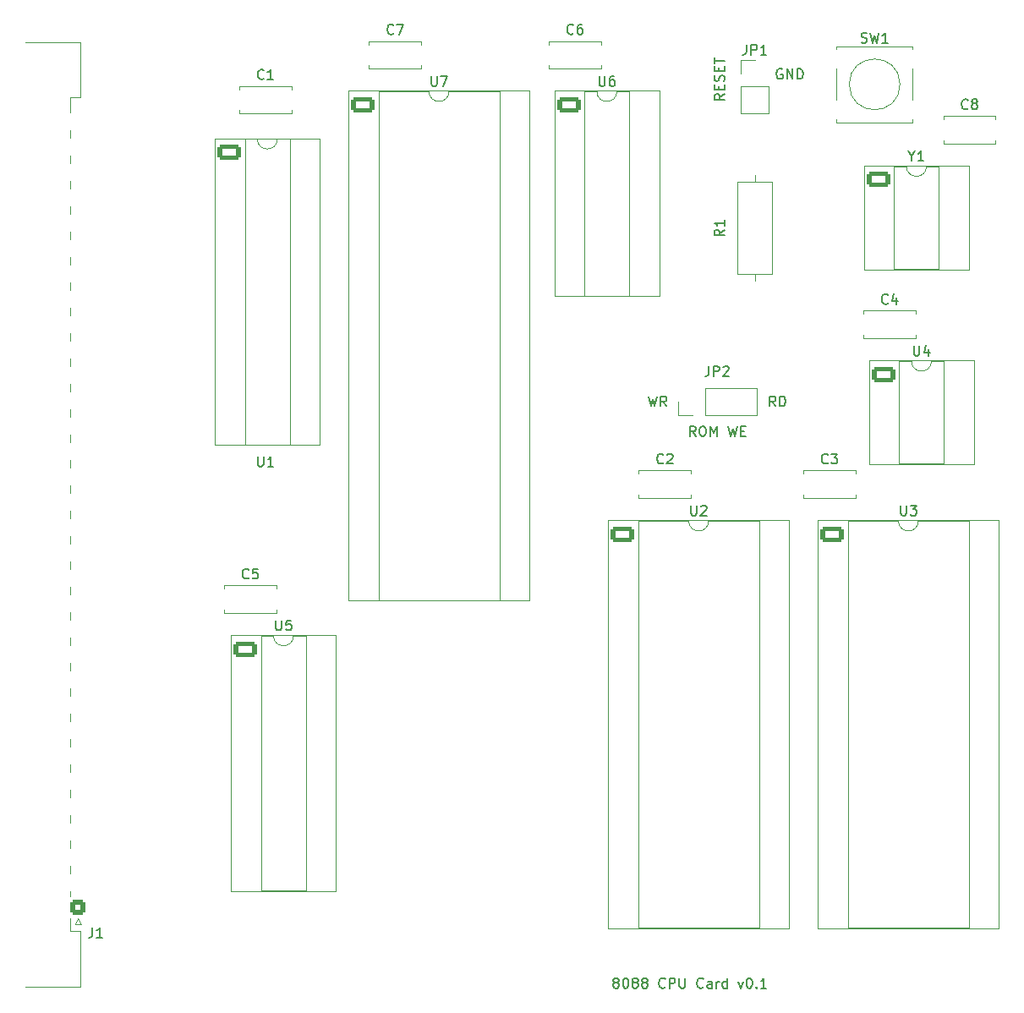
<source format=gto>
G04 #@! TF.GenerationSoftware,KiCad,Pcbnew,9.0.6*
G04 #@! TF.CreationDate,2025-12-29T15:57:50+11:00*
G04 #@! TF.ProjectId,MECB_8088_CPU,4d454342-5f38-4303-9838-5f4350552e6b,1.0*
G04 #@! TF.SameCoordinates,Original*
G04 #@! TF.FileFunction,Legend,Top*
G04 #@! TF.FilePolarity,Positive*
%FSLAX46Y46*%
G04 Gerber Fmt 4.6, Leading zero omitted, Abs format (unit mm)*
G04 Created by KiCad (PCBNEW 9.0.6) date 2025-12-29 15:57:50*
%MOMM*%
%LPD*%
G01*
G04 APERTURE LIST*
G04 Aperture macros list*
%AMRoundRect*
0 Rectangle with rounded corners*
0 $1 Rounding radius*
0 $2 $3 $4 $5 $6 $7 $8 $9 X,Y pos of 4 corners*
0 Add a 4 corners polygon primitive as box body*
4,1,4,$2,$3,$4,$5,$6,$7,$8,$9,$2,$3,0*
0 Add four circle primitives for the rounded corners*
1,1,$1+$1,$2,$3*
1,1,$1+$1,$4,$5*
1,1,$1+$1,$6,$7*
1,1,$1+$1,$8,$9*
0 Add four rect primitives between the rounded corners*
20,1,$1+$1,$2,$3,$4,$5,0*
20,1,$1+$1,$4,$5,$6,$7,0*
20,1,$1+$1,$6,$7,$8,$9,0*
20,1,$1+$1,$8,$9,$2,$3,0*%
G04 Aperture macros list end*
%ADD10C,0.150000*%
%ADD11C,0.120000*%
%ADD12RoundRect,0.250000X-0.950000X-0.550000X0.950000X-0.550000X0.950000X0.550000X-0.950000X0.550000X0*%
%ADD13O,2.400000X1.600000*%
%ADD14C,3.200000*%
%ADD15C,2.850000*%
%ADD16RoundRect,0.249550X0.525450X-0.525450X0.525450X0.525450X-0.525450X0.525450X-0.525450X-0.525450X0*%
%ADD17C,1.550000*%
%ADD18C,1.397000*%
%ADD19C,1.600000*%
%ADD20R,1.700000X1.700000*%
%ADD21C,1.700000*%
G04 APERTURE END LIST*
D10*
X172238095Y-51962438D02*
X172142857Y-51914819D01*
X172142857Y-51914819D02*
X172000000Y-51914819D01*
X172000000Y-51914819D02*
X171857143Y-51962438D01*
X171857143Y-51962438D02*
X171761905Y-52057676D01*
X171761905Y-52057676D02*
X171714286Y-52152914D01*
X171714286Y-52152914D02*
X171666667Y-52343390D01*
X171666667Y-52343390D02*
X171666667Y-52486247D01*
X171666667Y-52486247D02*
X171714286Y-52676723D01*
X171714286Y-52676723D02*
X171761905Y-52771961D01*
X171761905Y-52771961D02*
X171857143Y-52867200D01*
X171857143Y-52867200D02*
X172000000Y-52914819D01*
X172000000Y-52914819D02*
X172095238Y-52914819D01*
X172095238Y-52914819D02*
X172238095Y-52867200D01*
X172238095Y-52867200D02*
X172285714Y-52819580D01*
X172285714Y-52819580D02*
X172285714Y-52486247D01*
X172285714Y-52486247D02*
X172095238Y-52486247D01*
X172714286Y-52914819D02*
X172714286Y-51914819D01*
X172714286Y-51914819D02*
X173285714Y-52914819D01*
X173285714Y-52914819D02*
X173285714Y-51914819D01*
X173761905Y-52914819D02*
X173761905Y-51914819D01*
X173761905Y-51914819D02*
X174000000Y-51914819D01*
X174000000Y-51914819D02*
X174142857Y-51962438D01*
X174142857Y-51962438D02*
X174238095Y-52057676D01*
X174238095Y-52057676D02*
X174285714Y-52152914D01*
X174285714Y-52152914D02*
X174333333Y-52343390D01*
X174333333Y-52343390D02*
X174333333Y-52486247D01*
X174333333Y-52486247D02*
X174285714Y-52676723D01*
X174285714Y-52676723D02*
X174238095Y-52771961D01*
X174238095Y-52771961D02*
X174142857Y-52867200D01*
X174142857Y-52867200D02*
X174000000Y-52914819D01*
X174000000Y-52914819D02*
X173761905Y-52914819D01*
X158841429Y-84684819D02*
X159079524Y-85684819D01*
X159079524Y-85684819D02*
X159270000Y-84970533D01*
X159270000Y-84970533D02*
X159460476Y-85684819D01*
X159460476Y-85684819D02*
X159698572Y-84684819D01*
X160650952Y-85684819D02*
X160317619Y-85208628D01*
X160079524Y-85684819D02*
X160079524Y-84684819D01*
X160079524Y-84684819D02*
X160460476Y-84684819D01*
X160460476Y-84684819D02*
X160555714Y-84732438D01*
X160555714Y-84732438D02*
X160603333Y-84780057D01*
X160603333Y-84780057D02*
X160650952Y-84875295D01*
X160650952Y-84875295D02*
X160650952Y-85018152D01*
X160650952Y-85018152D02*
X160603333Y-85113390D01*
X160603333Y-85113390D02*
X160555714Y-85161009D01*
X160555714Y-85161009D02*
X160460476Y-85208628D01*
X160460476Y-85208628D02*
X160079524Y-85208628D01*
X171579523Y-85684819D02*
X171246190Y-85208628D01*
X171008095Y-85684819D02*
X171008095Y-84684819D01*
X171008095Y-84684819D02*
X171389047Y-84684819D01*
X171389047Y-84684819D02*
X171484285Y-84732438D01*
X171484285Y-84732438D02*
X171531904Y-84780057D01*
X171531904Y-84780057D02*
X171579523Y-84875295D01*
X171579523Y-84875295D02*
X171579523Y-85018152D01*
X171579523Y-85018152D02*
X171531904Y-85113390D01*
X171531904Y-85113390D02*
X171484285Y-85161009D01*
X171484285Y-85161009D02*
X171389047Y-85208628D01*
X171389047Y-85208628D02*
X171008095Y-85208628D01*
X172008095Y-85684819D02*
X172008095Y-84684819D01*
X172008095Y-84684819D02*
X172246190Y-84684819D01*
X172246190Y-84684819D02*
X172389047Y-84732438D01*
X172389047Y-84732438D02*
X172484285Y-84827676D01*
X172484285Y-84827676D02*
X172531904Y-84922914D01*
X172531904Y-84922914D02*
X172579523Y-85113390D01*
X172579523Y-85113390D02*
X172579523Y-85256247D01*
X172579523Y-85256247D02*
X172531904Y-85446723D01*
X172531904Y-85446723D02*
X172484285Y-85541961D01*
X172484285Y-85541961D02*
X172389047Y-85637200D01*
X172389047Y-85637200D02*
X172246190Y-85684819D01*
X172246190Y-85684819D02*
X172008095Y-85684819D01*
X163579523Y-88684819D02*
X163246190Y-88208628D01*
X163008095Y-88684819D02*
X163008095Y-87684819D01*
X163008095Y-87684819D02*
X163389047Y-87684819D01*
X163389047Y-87684819D02*
X163484285Y-87732438D01*
X163484285Y-87732438D02*
X163531904Y-87780057D01*
X163531904Y-87780057D02*
X163579523Y-87875295D01*
X163579523Y-87875295D02*
X163579523Y-88018152D01*
X163579523Y-88018152D02*
X163531904Y-88113390D01*
X163531904Y-88113390D02*
X163484285Y-88161009D01*
X163484285Y-88161009D02*
X163389047Y-88208628D01*
X163389047Y-88208628D02*
X163008095Y-88208628D01*
X164198571Y-87684819D02*
X164389047Y-87684819D01*
X164389047Y-87684819D02*
X164484285Y-87732438D01*
X164484285Y-87732438D02*
X164579523Y-87827676D01*
X164579523Y-87827676D02*
X164627142Y-88018152D01*
X164627142Y-88018152D02*
X164627142Y-88351485D01*
X164627142Y-88351485D02*
X164579523Y-88541961D01*
X164579523Y-88541961D02*
X164484285Y-88637200D01*
X164484285Y-88637200D02*
X164389047Y-88684819D01*
X164389047Y-88684819D02*
X164198571Y-88684819D01*
X164198571Y-88684819D02*
X164103333Y-88637200D01*
X164103333Y-88637200D02*
X164008095Y-88541961D01*
X164008095Y-88541961D02*
X163960476Y-88351485D01*
X163960476Y-88351485D02*
X163960476Y-88018152D01*
X163960476Y-88018152D02*
X164008095Y-87827676D01*
X164008095Y-87827676D02*
X164103333Y-87732438D01*
X164103333Y-87732438D02*
X164198571Y-87684819D01*
X165055714Y-88684819D02*
X165055714Y-87684819D01*
X165055714Y-87684819D02*
X165389047Y-88399104D01*
X165389047Y-88399104D02*
X165722380Y-87684819D01*
X165722380Y-87684819D02*
X165722380Y-88684819D01*
X166865238Y-87684819D02*
X167103333Y-88684819D01*
X167103333Y-88684819D02*
X167293809Y-87970533D01*
X167293809Y-87970533D02*
X167484285Y-88684819D01*
X167484285Y-88684819D02*
X167722381Y-87684819D01*
X168103333Y-88161009D02*
X168436666Y-88161009D01*
X168579523Y-88684819D02*
X168103333Y-88684819D01*
X168103333Y-88684819D02*
X168103333Y-87684819D01*
X168103333Y-87684819D02*
X168579523Y-87684819D01*
X166454819Y-54412381D02*
X165978628Y-54745714D01*
X166454819Y-54983809D02*
X165454819Y-54983809D01*
X165454819Y-54983809D02*
X165454819Y-54602857D01*
X165454819Y-54602857D02*
X165502438Y-54507619D01*
X165502438Y-54507619D02*
X165550057Y-54460000D01*
X165550057Y-54460000D02*
X165645295Y-54412381D01*
X165645295Y-54412381D02*
X165788152Y-54412381D01*
X165788152Y-54412381D02*
X165883390Y-54460000D01*
X165883390Y-54460000D02*
X165931009Y-54507619D01*
X165931009Y-54507619D02*
X165978628Y-54602857D01*
X165978628Y-54602857D02*
X165978628Y-54983809D01*
X165931009Y-53983809D02*
X165931009Y-53650476D01*
X166454819Y-53507619D02*
X166454819Y-53983809D01*
X166454819Y-53983809D02*
X165454819Y-53983809D01*
X165454819Y-53983809D02*
X165454819Y-53507619D01*
X166407200Y-53126666D02*
X166454819Y-52983809D01*
X166454819Y-52983809D02*
X166454819Y-52745714D01*
X166454819Y-52745714D02*
X166407200Y-52650476D01*
X166407200Y-52650476D02*
X166359580Y-52602857D01*
X166359580Y-52602857D02*
X166264342Y-52555238D01*
X166264342Y-52555238D02*
X166169104Y-52555238D01*
X166169104Y-52555238D02*
X166073866Y-52602857D01*
X166073866Y-52602857D02*
X166026247Y-52650476D01*
X166026247Y-52650476D02*
X165978628Y-52745714D01*
X165978628Y-52745714D02*
X165931009Y-52936190D01*
X165931009Y-52936190D02*
X165883390Y-53031428D01*
X165883390Y-53031428D02*
X165835771Y-53079047D01*
X165835771Y-53079047D02*
X165740533Y-53126666D01*
X165740533Y-53126666D02*
X165645295Y-53126666D01*
X165645295Y-53126666D02*
X165550057Y-53079047D01*
X165550057Y-53079047D02*
X165502438Y-53031428D01*
X165502438Y-53031428D02*
X165454819Y-52936190D01*
X165454819Y-52936190D02*
X165454819Y-52698095D01*
X165454819Y-52698095D02*
X165502438Y-52555238D01*
X165931009Y-52126666D02*
X165931009Y-51793333D01*
X166454819Y-51650476D02*
X166454819Y-52126666D01*
X166454819Y-52126666D02*
X165454819Y-52126666D01*
X165454819Y-52126666D02*
X165454819Y-51650476D01*
X165454819Y-51364761D02*
X165454819Y-50793333D01*
X166454819Y-51079047D02*
X165454819Y-51079047D01*
X155523809Y-143383390D02*
X155428571Y-143335771D01*
X155428571Y-143335771D02*
X155380952Y-143288152D01*
X155380952Y-143288152D02*
X155333333Y-143192914D01*
X155333333Y-143192914D02*
X155333333Y-143145295D01*
X155333333Y-143145295D02*
X155380952Y-143050057D01*
X155380952Y-143050057D02*
X155428571Y-143002438D01*
X155428571Y-143002438D02*
X155523809Y-142954819D01*
X155523809Y-142954819D02*
X155714285Y-142954819D01*
X155714285Y-142954819D02*
X155809523Y-143002438D01*
X155809523Y-143002438D02*
X155857142Y-143050057D01*
X155857142Y-143050057D02*
X155904761Y-143145295D01*
X155904761Y-143145295D02*
X155904761Y-143192914D01*
X155904761Y-143192914D02*
X155857142Y-143288152D01*
X155857142Y-143288152D02*
X155809523Y-143335771D01*
X155809523Y-143335771D02*
X155714285Y-143383390D01*
X155714285Y-143383390D02*
X155523809Y-143383390D01*
X155523809Y-143383390D02*
X155428571Y-143431009D01*
X155428571Y-143431009D02*
X155380952Y-143478628D01*
X155380952Y-143478628D02*
X155333333Y-143573866D01*
X155333333Y-143573866D02*
X155333333Y-143764342D01*
X155333333Y-143764342D02*
X155380952Y-143859580D01*
X155380952Y-143859580D02*
X155428571Y-143907200D01*
X155428571Y-143907200D02*
X155523809Y-143954819D01*
X155523809Y-143954819D02*
X155714285Y-143954819D01*
X155714285Y-143954819D02*
X155809523Y-143907200D01*
X155809523Y-143907200D02*
X155857142Y-143859580D01*
X155857142Y-143859580D02*
X155904761Y-143764342D01*
X155904761Y-143764342D02*
X155904761Y-143573866D01*
X155904761Y-143573866D02*
X155857142Y-143478628D01*
X155857142Y-143478628D02*
X155809523Y-143431009D01*
X155809523Y-143431009D02*
X155714285Y-143383390D01*
X156523809Y-142954819D02*
X156619047Y-142954819D01*
X156619047Y-142954819D02*
X156714285Y-143002438D01*
X156714285Y-143002438D02*
X156761904Y-143050057D01*
X156761904Y-143050057D02*
X156809523Y-143145295D01*
X156809523Y-143145295D02*
X156857142Y-143335771D01*
X156857142Y-143335771D02*
X156857142Y-143573866D01*
X156857142Y-143573866D02*
X156809523Y-143764342D01*
X156809523Y-143764342D02*
X156761904Y-143859580D01*
X156761904Y-143859580D02*
X156714285Y-143907200D01*
X156714285Y-143907200D02*
X156619047Y-143954819D01*
X156619047Y-143954819D02*
X156523809Y-143954819D01*
X156523809Y-143954819D02*
X156428571Y-143907200D01*
X156428571Y-143907200D02*
X156380952Y-143859580D01*
X156380952Y-143859580D02*
X156333333Y-143764342D01*
X156333333Y-143764342D02*
X156285714Y-143573866D01*
X156285714Y-143573866D02*
X156285714Y-143335771D01*
X156285714Y-143335771D02*
X156333333Y-143145295D01*
X156333333Y-143145295D02*
X156380952Y-143050057D01*
X156380952Y-143050057D02*
X156428571Y-143002438D01*
X156428571Y-143002438D02*
X156523809Y-142954819D01*
X157428571Y-143383390D02*
X157333333Y-143335771D01*
X157333333Y-143335771D02*
X157285714Y-143288152D01*
X157285714Y-143288152D02*
X157238095Y-143192914D01*
X157238095Y-143192914D02*
X157238095Y-143145295D01*
X157238095Y-143145295D02*
X157285714Y-143050057D01*
X157285714Y-143050057D02*
X157333333Y-143002438D01*
X157333333Y-143002438D02*
X157428571Y-142954819D01*
X157428571Y-142954819D02*
X157619047Y-142954819D01*
X157619047Y-142954819D02*
X157714285Y-143002438D01*
X157714285Y-143002438D02*
X157761904Y-143050057D01*
X157761904Y-143050057D02*
X157809523Y-143145295D01*
X157809523Y-143145295D02*
X157809523Y-143192914D01*
X157809523Y-143192914D02*
X157761904Y-143288152D01*
X157761904Y-143288152D02*
X157714285Y-143335771D01*
X157714285Y-143335771D02*
X157619047Y-143383390D01*
X157619047Y-143383390D02*
X157428571Y-143383390D01*
X157428571Y-143383390D02*
X157333333Y-143431009D01*
X157333333Y-143431009D02*
X157285714Y-143478628D01*
X157285714Y-143478628D02*
X157238095Y-143573866D01*
X157238095Y-143573866D02*
X157238095Y-143764342D01*
X157238095Y-143764342D02*
X157285714Y-143859580D01*
X157285714Y-143859580D02*
X157333333Y-143907200D01*
X157333333Y-143907200D02*
X157428571Y-143954819D01*
X157428571Y-143954819D02*
X157619047Y-143954819D01*
X157619047Y-143954819D02*
X157714285Y-143907200D01*
X157714285Y-143907200D02*
X157761904Y-143859580D01*
X157761904Y-143859580D02*
X157809523Y-143764342D01*
X157809523Y-143764342D02*
X157809523Y-143573866D01*
X157809523Y-143573866D02*
X157761904Y-143478628D01*
X157761904Y-143478628D02*
X157714285Y-143431009D01*
X157714285Y-143431009D02*
X157619047Y-143383390D01*
X158380952Y-143383390D02*
X158285714Y-143335771D01*
X158285714Y-143335771D02*
X158238095Y-143288152D01*
X158238095Y-143288152D02*
X158190476Y-143192914D01*
X158190476Y-143192914D02*
X158190476Y-143145295D01*
X158190476Y-143145295D02*
X158238095Y-143050057D01*
X158238095Y-143050057D02*
X158285714Y-143002438D01*
X158285714Y-143002438D02*
X158380952Y-142954819D01*
X158380952Y-142954819D02*
X158571428Y-142954819D01*
X158571428Y-142954819D02*
X158666666Y-143002438D01*
X158666666Y-143002438D02*
X158714285Y-143050057D01*
X158714285Y-143050057D02*
X158761904Y-143145295D01*
X158761904Y-143145295D02*
X158761904Y-143192914D01*
X158761904Y-143192914D02*
X158714285Y-143288152D01*
X158714285Y-143288152D02*
X158666666Y-143335771D01*
X158666666Y-143335771D02*
X158571428Y-143383390D01*
X158571428Y-143383390D02*
X158380952Y-143383390D01*
X158380952Y-143383390D02*
X158285714Y-143431009D01*
X158285714Y-143431009D02*
X158238095Y-143478628D01*
X158238095Y-143478628D02*
X158190476Y-143573866D01*
X158190476Y-143573866D02*
X158190476Y-143764342D01*
X158190476Y-143764342D02*
X158238095Y-143859580D01*
X158238095Y-143859580D02*
X158285714Y-143907200D01*
X158285714Y-143907200D02*
X158380952Y-143954819D01*
X158380952Y-143954819D02*
X158571428Y-143954819D01*
X158571428Y-143954819D02*
X158666666Y-143907200D01*
X158666666Y-143907200D02*
X158714285Y-143859580D01*
X158714285Y-143859580D02*
X158761904Y-143764342D01*
X158761904Y-143764342D02*
X158761904Y-143573866D01*
X158761904Y-143573866D02*
X158714285Y-143478628D01*
X158714285Y-143478628D02*
X158666666Y-143431009D01*
X158666666Y-143431009D02*
X158571428Y-143383390D01*
X160523809Y-143859580D02*
X160476190Y-143907200D01*
X160476190Y-143907200D02*
X160333333Y-143954819D01*
X160333333Y-143954819D02*
X160238095Y-143954819D01*
X160238095Y-143954819D02*
X160095238Y-143907200D01*
X160095238Y-143907200D02*
X160000000Y-143811961D01*
X160000000Y-143811961D02*
X159952381Y-143716723D01*
X159952381Y-143716723D02*
X159904762Y-143526247D01*
X159904762Y-143526247D02*
X159904762Y-143383390D01*
X159904762Y-143383390D02*
X159952381Y-143192914D01*
X159952381Y-143192914D02*
X160000000Y-143097676D01*
X160000000Y-143097676D02*
X160095238Y-143002438D01*
X160095238Y-143002438D02*
X160238095Y-142954819D01*
X160238095Y-142954819D02*
X160333333Y-142954819D01*
X160333333Y-142954819D02*
X160476190Y-143002438D01*
X160476190Y-143002438D02*
X160523809Y-143050057D01*
X160952381Y-143954819D02*
X160952381Y-142954819D01*
X160952381Y-142954819D02*
X161333333Y-142954819D01*
X161333333Y-142954819D02*
X161428571Y-143002438D01*
X161428571Y-143002438D02*
X161476190Y-143050057D01*
X161476190Y-143050057D02*
X161523809Y-143145295D01*
X161523809Y-143145295D02*
X161523809Y-143288152D01*
X161523809Y-143288152D02*
X161476190Y-143383390D01*
X161476190Y-143383390D02*
X161428571Y-143431009D01*
X161428571Y-143431009D02*
X161333333Y-143478628D01*
X161333333Y-143478628D02*
X160952381Y-143478628D01*
X161952381Y-142954819D02*
X161952381Y-143764342D01*
X161952381Y-143764342D02*
X162000000Y-143859580D01*
X162000000Y-143859580D02*
X162047619Y-143907200D01*
X162047619Y-143907200D02*
X162142857Y-143954819D01*
X162142857Y-143954819D02*
X162333333Y-143954819D01*
X162333333Y-143954819D02*
X162428571Y-143907200D01*
X162428571Y-143907200D02*
X162476190Y-143859580D01*
X162476190Y-143859580D02*
X162523809Y-143764342D01*
X162523809Y-143764342D02*
X162523809Y-142954819D01*
X164333333Y-143859580D02*
X164285714Y-143907200D01*
X164285714Y-143907200D02*
X164142857Y-143954819D01*
X164142857Y-143954819D02*
X164047619Y-143954819D01*
X164047619Y-143954819D02*
X163904762Y-143907200D01*
X163904762Y-143907200D02*
X163809524Y-143811961D01*
X163809524Y-143811961D02*
X163761905Y-143716723D01*
X163761905Y-143716723D02*
X163714286Y-143526247D01*
X163714286Y-143526247D02*
X163714286Y-143383390D01*
X163714286Y-143383390D02*
X163761905Y-143192914D01*
X163761905Y-143192914D02*
X163809524Y-143097676D01*
X163809524Y-143097676D02*
X163904762Y-143002438D01*
X163904762Y-143002438D02*
X164047619Y-142954819D01*
X164047619Y-142954819D02*
X164142857Y-142954819D01*
X164142857Y-142954819D02*
X164285714Y-143002438D01*
X164285714Y-143002438D02*
X164333333Y-143050057D01*
X165190476Y-143954819D02*
X165190476Y-143431009D01*
X165190476Y-143431009D02*
X165142857Y-143335771D01*
X165142857Y-143335771D02*
X165047619Y-143288152D01*
X165047619Y-143288152D02*
X164857143Y-143288152D01*
X164857143Y-143288152D02*
X164761905Y-143335771D01*
X165190476Y-143907200D02*
X165095238Y-143954819D01*
X165095238Y-143954819D02*
X164857143Y-143954819D01*
X164857143Y-143954819D02*
X164761905Y-143907200D01*
X164761905Y-143907200D02*
X164714286Y-143811961D01*
X164714286Y-143811961D02*
X164714286Y-143716723D01*
X164714286Y-143716723D02*
X164761905Y-143621485D01*
X164761905Y-143621485D02*
X164857143Y-143573866D01*
X164857143Y-143573866D02*
X165095238Y-143573866D01*
X165095238Y-143573866D02*
X165190476Y-143526247D01*
X165666667Y-143954819D02*
X165666667Y-143288152D01*
X165666667Y-143478628D02*
X165714286Y-143383390D01*
X165714286Y-143383390D02*
X165761905Y-143335771D01*
X165761905Y-143335771D02*
X165857143Y-143288152D01*
X165857143Y-143288152D02*
X165952381Y-143288152D01*
X166714286Y-143954819D02*
X166714286Y-142954819D01*
X166714286Y-143907200D02*
X166619048Y-143954819D01*
X166619048Y-143954819D02*
X166428572Y-143954819D01*
X166428572Y-143954819D02*
X166333334Y-143907200D01*
X166333334Y-143907200D02*
X166285715Y-143859580D01*
X166285715Y-143859580D02*
X166238096Y-143764342D01*
X166238096Y-143764342D02*
X166238096Y-143478628D01*
X166238096Y-143478628D02*
X166285715Y-143383390D01*
X166285715Y-143383390D02*
X166333334Y-143335771D01*
X166333334Y-143335771D02*
X166428572Y-143288152D01*
X166428572Y-143288152D02*
X166619048Y-143288152D01*
X166619048Y-143288152D02*
X166714286Y-143335771D01*
X167857144Y-143288152D02*
X168095239Y-143954819D01*
X168095239Y-143954819D02*
X168333334Y-143288152D01*
X168904763Y-142954819D02*
X169000001Y-142954819D01*
X169000001Y-142954819D02*
X169095239Y-143002438D01*
X169095239Y-143002438D02*
X169142858Y-143050057D01*
X169142858Y-143050057D02*
X169190477Y-143145295D01*
X169190477Y-143145295D02*
X169238096Y-143335771D01*
X169238096Y-143335771D02*
X169238096Y-143573866D01*
X169238096Y-143573866D02*
X169190477Y-143764342D01*
X169190477Y-143764342D02*
X169142858Y-143859580D01*
X169142858Y-143859580D02*
X169095239Y-143907200D01*
X169095239Y-143907200D02*
X169000001Y-143954819D01*
X169000001Y-143954819D02*
X168904763Y-143954819D01*
X168904763Y-143954819D02*
X168809525Y-143907200D01*
X168809525Y-143907200D02*
X168761906Y-143859580D01*
X168761906Y-143859580D02*
X168714287Y-143764342D01*
X168714287Y-143764342D02*
X168666668Y-143573866D01*
X168666668Y-143573866D02*
X168666668Y-143335771D01*
X168666668Y-143335771D02*
X168714287Y-143145295D01*
X168714287Y-143145295D02*
X168761906Y-143050057D01*
X168761906Y-143050057D02*
X168809525Y-143002438D01*
X168809525Y-143002438D02*
X168904763Y-142954819D01*
X169666668Y-143859580D02*
X169714287Y-143907200D01*
X169714287Y-143907200D02*
X169666668Y-143954819D01*
X169666668Y-143954819D02*
X169619049Y-143907200D01*
X169619049Y-143907200D02*
X169666668Y-143859580D01*
X169666668Y-143859580D02*
X169666668Y-143954819D01*
X170666667Y-143954819D02*
X170095239Y-143954819D01*
X170380953Y-143954819D02*
X170380953Y-142954819D01*
X170380953Y-142954819D02*
X170285715Y-143097676D01*
X170285715Y-143097676D02*
X170190477Y-143192914D01*
X170190477Y-143192914D02*
X170095239Y-143240533D01*
X137118095Y-52624819D02*
X137118095Y-53434342D01*
X137118095Y-53434342D02*
X137165714Y-53529580D01*
X137165714Y-53529580D02*
X137213333Y-53577200D01*
X137213333Y-53577200D02*
X137308571Y-53624819D01*
X137308571Y-53624819D02*
X137499047Y-53624819D01*
X137499047Y-53624819D02*
X137594285Y-53577200D01*
X137594285Y-53577200D02*
X137641904Y-53529580D01*
X137641904Y-53529580D02*
X137689523Y-53434342D01*
X137689523Y-53434342D02*
X137689523Y-52624819D01*
X138070476Y-52624819D02*
X138737142Y-52624819D01*
X138737142Y-52624819D02*
X138308571Y-53624819D01*
X103171666Y-137884819D02*
X103171666Y-138599104D01*
X103171666Y-138599104D02*
X103124047Y-138741961D01*
X103124047Y-138741961D02*
X103028809Y-138837200D01*
X103028809Y-138837200D02*
X102885952Y-138884819D01*
X102885952Y-138884819D02*
X102790714Y-138884819D01*
X104171666Y-138884819D02*
X103600238Y-138884819D01*
X103885952Y-138884819D02*
X103885952Y-137884819D01*
X103885952Y-137884819D02*
X103790714Y-138027676D01*
X103790714Y-138027676D02*
X103695476Y-138122914D01*
X103695476Y-138122914D02*
X103600238Y-138170533D01*
X180166667Y-49247200D02*
X180309524Y-49294819D01*
X180309524Y-49294819D02*
X180547619Y-49294819D01*
X180547619Y-49294819D02*
X180642857Y-49247200D01*
X180642857Y-49247200D02*
X180690476Y-49199580D01*
X180690476Y-49199580D02*
X180738095Y-49104342D01*
X180738095Y-49104342D02*
X180738095Y-49009104D01*
X180738095Y-49009104D02*
X180690476Y-48913866D01*
X180690476Y-48913866D02*
X180642857Y-48866247D01*
X180642857Y-48866247D02*
X180547619Y-48818628D01*
X180547619Y-48818628D02*
X180357143Y-48771009D01*
X180357143Y-48771009D02*
X180261905Y-48723390D01*
X180261905Y-48723390D02*
X180214286Y-48675771D01*
X180214286Y-48675771D02*
X180166667Y-48580533D01*
X180166667Y-48580533D02*
X180166667Y-48485295D01*
X180166667Y-48485295D02*
X180214286Y-48390057D01*
X180214286Y-48390057D02*
X180261905Y-48342438D01*
X180261905Y-48342438D02*
X180357143Y-48294819D01*
X180357143Y-48294819D02*
X180595238Y-48294819D01*
X180595238Y-48294819D02*
X180738095Y-48342438D01*
X181071429Y-48294819D02*
X181309524Y-49294819D01*
X181309524Y-49294819D02*
X181500000Y-48580533D01*
X181500000Y-48580533D02*
X181690476Y-49294819D01*
X181690476Y-49294819D02*
X181928572Y-48294819D01*
X182833333Y-49294819D02*
X182261905Y-49294819D01*
X182547619Y-49294819D02*
X182547619Y-48294819D01*
X182547619Y-48294819D02*
X182452381Y-48437676D01*
X182452381Y-48437676D02*
X182357143Y-48532914D01*
X182357143Y-48532914D02*
X182261905Y-48580533D01*
X182833333Y-75359580D02*
X182785714Y-75407200D01*
X182785714Y-75407200D02*
X182642857Y-75454819D01*
X182642857Y-75454819D02*
X182547619Y-75454819D01*
X182547619Y-75454819D02*
X182404762Y-75407200D01*
X182404762Y-75407200D02*
X182309524Y-75311961D01*
X182309524Y-75311961D02*
X182261905Y-75216723D01*
X182261905Y-75216723D02*
X182214286Y-75026247D01*
X182214286Y-75026247D02*
X182214286Y-74883390D01*
X182214286Y-74883390D02*
X182261905Y-74692914D01*
X182261905Y-74692914D02*
X182309524Y-74597676D01*
X182309524Y-74597676D02*
X182404762Y-74502438D01*
X182404762Y-74502438D02*
X182547619Y-74454819D01*
X182547619Y-74454819D02*
X182642857Y-74454819D01*
X182642857Y-74454819D02*
X182785714Y-74502438D01*
X182785714Y-74502438D02*
X182833333Y-74550057D01*
X183690476Y-74788152D02*
X183690476Y-75454819D01*
X183452381Y-74407200D02*
X183214286Y-75121485D01*
X183214286Y-75121485D02*
X183833333Y-75121485D01*
X163118095Y-95624819D02*
X163118095Y-96434342D01*
X163118095Y-96434342D02*
X163165714Y-96529580D01*
X163165714Y-96529580D02*
X163213333Y-96577200D01*
X163213333Y-96577200D02*
X163308571Y-96624819D01*
X163308571Y-96624819D02*
X163499047Y-96624819D01*
X163499047Y-96624819D02*
X163594285Y-96577200D01*
X163594285Y-96577200D02*
X163641904Y-96529580D01*
X163641904Y-96529580D02*
X163689523Y-96434342D01*
X163689523Y-96434342D02*
X163689523Y-95624819D01*
X164118095Y-95720057D02*
X164165714Y-95672438D01*
X164165714Y-95672438D02*
X164260952Y-95624819D01*
X164260952Y-95624819D02*
X164499047Y-95624819D01*
X164499047Y-95624819D02*
X164594285Y-95672438D01*
X164594285Y-95672438D02*
X164641904Y-95720057D01*
X164641904Y-95720057D02*
X164689523Y-95815295D01*
X164689523Y-95815295D02*
X164689523Y-95910533D01*
X164689523Y-95910533D02*
X164641904Y-96053390D01*
X164641904Y-96053390D02*
X164070476Y-96624819D01*
X164070476Y-96624819D02*
X164689523Y-96624819D01*
X160333333Y-91359580D02*
X160285714Y-91407200D01*
X160285714Y-91407200D02*
X160142857Y-91454819D01*
X160142857Y-91454819D02*
X160047619Y-91454819D01*
X160047619Y-91454819D02*
X159904762Y-91407200D01*
X159904762Y-91407200D02*
X159809524Y-91311961D01*
X159809524Y-91311961D02*
X159761905Y-91216723D01*
X159761905Y-91216723D02*
X159714286Y-91026247D01*
X159714286Y-91026247D02*
X159714286Y-90883390D01*
X159714286Y-90883390D02*
X159761905Y-90692914D01*
X159761905Y-90692914D02*
X159809524Y-90597676D01*
X159809524Y-90597676D02*
X159904762Y-90502438D01*
X159904762Y-90502438D02*
X160047619Y-90454819D01*
X160047619Y-90454819D02*
X160142857Y-90454819D01*
X160142857Y-90454819D02*
X160285714Y-90502438D01*
X160285714Y-90502438D02*
X160333333Y-90550057D01*
X160714286Y-90550057D02*
X160761905Y-90502438D01*
X160761905Y-90502438D02*
X160857143Y-90454819D01*
X160857143Y-90454819D02*
X161095238Y-90454819D01*
X161095238Y-90454819D02*
X161190476Y-90502438D01*
X161190476Y-90502438D02*
X161238095Y-90550057D01*
X161238095Y-90550057D02*
X161285714Y-90645295D01*
X161285714Y-90645295D02*
X161285714Y-90740533D01*
X161285714Y-90740533D02*
X161238095Y-90883390D01*
X161238095Y-90883390D02*
X160666667Y-91454819D01*
X160666667Y-91454819D02*
X161285714Y-91454819D01*
X176833333Y-91359580D02*
X176785714Y-91407200D01*
X176785714Y-91407200D02*
X176642857Y-91454819D01*
X176642857Y-91454819D02*
X176547619Y-91454819D01*
X176547619Y-91454819D02*
X176404762Y-91407200D01*
X176404762Y-91407200D02*
X176309524Y-91311961D01*
X176309524Y-91311961D02*
X176261905Y-91216723D01*
X176261905Y-91216723D02*
X176214286Y-91026247D01*
X176214286Y-91026247D02*
X176214286Y-90883390D01*
X176214286Y-90883390D02*
X176261905Y-90692914D01*
X176261905Y-90692914D02*
X176309524Y-90597676D01*
X176309524Y-90597676D02*
X176404762Y-90502438D01*
X176404762Y-90502438D02*
X176547619Y-90454819D01*
X176547619Y-90454819D02*
X176642857Y-90454819D01*
X176642857Y-90454819D02*
X176785714Y-90502438D01*
X176785714Y-90502438D02*
X176833333Y-90550057D01*
X177166667Y-90454819D02*
X177785714Y-90454819D01*
X177785714Y-90454819D02*
X177452381Y-90835771D01*
X177452381Y-90835771D02*
X177595238Y-90835771D01*
X177595238Y-90835771D02*
X177690476Y-90883390D01*
X177690476Y-90883390D02*
X177738095Y-90931009D01*
X177738095Y-90931009D02*
X177785714Y-91026247D01*
X177785714Y-91026247D02*
X177785714Y-91264342D01*
X177785714Y-91264342D02*
X177738095Y-91359580D01*
X177738095Y-91359580D02*
X177690476Y-91407200D01*
X177690476Y-91407200D02*
X177595238Y-91454819D01*
X177595238Y-91454819D02*
X177309524Y-91454819D01*
X177309524Y-91454819D02*
X177214286Y-91407200D01*
X177214286Y-91407200D02*
X177166667Y-91359580D01*
X119738095Y-90714819D02*
X119738095Y-91524342D01*
X119738095Y-91524342D02*
X119785714Y-91619580D01*
X119785714Y-91619580D02*
X119833333Y-91667200D01*
X119833333Y-91667200D02*
X119928571Y-91714819D01*
X119928571Y-91714819D02*
X120119047Y-91714819D01*
X120119047Y-91714819D02*
X120214285Y-91667200D01*
X120214285Y-91667200D02*
X120261904Y-91619580D01*
X120261904Y-91619580D02*
X120309523Y-91524342D01*
X120309523Y-91524342D02*
X120309523Y-90714819D01*
X121309523Y-91714819D02*
X120738095Y-91714819D01*
X121023809Y-91714819D02*
X121023809Y-90714819D01*
X121023809Y-90714819D02*
X120928571Y-90857676D01*
X120928571Y-90857676D02*
X120833333Y-90952914D01*
X120833333Y-90952914D02*
X120738095Y-91000533D01*
X168666666Y-49494819D02*
X168666666Y-50209104D01*
X168666666Y-50209104D02*
X168619047Y-50351961D01*
X168619047Y-50351961D02*
X168523809Y-50447200D01*
X168523809Y-50447200D02*
X168380952Y-50494819D01*
X168380952Y-50494819D02*
X168285714Y-50494819D01*
X169142857Y-50494819D02*
X169142857Y-49494819D01*
X169142857Y-49494819D02*
X169523809Y-49494819D01*
X169523809Y-49494819D02*
X169619047Y-49542438D01*
X169619047Y-49542438D02*
X169666666Y-49590057D01*
X169666666Y-49590057D02*
X169714285Y-49685295D01*
X169714285Y-49685295D02*
X169714285Y-49828152D01*
X169714285Y-49828152D02*
X169666666Y-49923390D01*
X169666666Y-49923390D02*
X169619047Y-49971009D01*
X169619047Y-49971009D02*
X169523809Y-50018628D01*
X169523809Y-50018628D02*
X169142857Y-50018628D01*
X170666666Y-50494819D02*
X170095238Y-50494819D01*
X170380952Y-50494819D02*
X170380952Y-49494819D01*
X170380952Y-49494819D02*
X170285714Y-49637676D01*
X170285714Y-49637676D02*
X170190476Y-49732914D01*
X170190476Y-49732914D02*
X170095238Y-49780533D01*
X185428095Y-79624819D02*
X185428095Y-80434342D01*
X185428095Y-80434342D02*
X185475714Y-80529580D01*
X185475714Y-80529580D02*
X185523333Y-80577200D01*
X185523333Y-80577200D02*
X185618571Y-80624819D01*
X185618571Y-80624819D02*
X185809047Y-80624819D01*
X185809047Y-80624819D02*
X185904285Y-80577200D01*
X185904285Y-80577200D02*
X185951904Y-80529580D01*
X185951904Y-80529580D02*
X185999523Y-80434342D01*
X185999523Y-80434342D02*
X185999523Y-79624819D01*
X186904285Y-79958152D02*
X186904285Y-80624819D01*
X186666190Y-79577200D02*
X186428095Y-80291485D01*
X186428095Y-80291485D02*
X187047142Y-80291485D01*
X190833333Y-55859580D02*
X190785714Y-55907200D01*
X190785714Y-55907200D02*
X190642857Y-55954819D01*
X190642857Y-55954819D02*
X190547619Y-55954819D01*
X190547619Y-55954819D02*
X190404762Y-55907200D01*
X190404762Y-55907200D02*
X190309524Y-55811961D01*
X190309524Y-55811961D02*
X190261905Y-55716723D01*
X190261905Y-55716723D02*
X190214286Y-55526247D01*
X190214286Y-55526247D02*
X190214286Y-55383390D01*
X190214286Y-55383390D02*
X190261905Y-55192914D01*
X190261905Y-55192914D02*
X190309524Y-55097676D01*
X190309524Y-55097676D02*
X190404762Y-55002438D01*
X190404762Y-55002438D02*
X190547619Y-54954819D01*
X190547619Y-54954819D02*
X190642857Y-54954819D01*
X190642857Y-54954819D02*
X190785714Y-55002438D01*
X190785714Y-55002438D02*
X190833333Y-55050057D01*
X191404762Y-55383390D02*
X191309524Y-55335771D01*
X191309524Y-55335771D02*
X191261905Y-55288152D01*
X191261905Y-55288152D02*
X191214286Y-55192914D01*
X191214286Y-55192914D02*
X191214286Y-55145295D01*
X191214286Y-55145295D02*
X191261905Y-55050057D01*
X191261905Y-55050057D02*
X191309524Y-55002438D01*
X191309524Y-55002438D02*
X191404762Y-54954819D01*
X191404762Y-54954819D02*
X191595238Y-54954819D01*
X191595238Y-54954819D02*
X191690476Y-55002438D01*
X191690476Y-55002438D02*
X191738095Y-55050057D01*
X191738095Y-55050057D02*
X191785714Y-55145295D01*
X191785714Y-55145295D02*
X191785714Y-55192914D01*
X191785714Y-55192914D02*
X191738095Y-55288152D01*
X191738095Y-55288152D02*
X191690476Y-55335771D01*
X191690476Y-55335771D02*
X191595238Y-55383390D01*
X191595238Y-55383390D02*
X191404762Y-55383390D01*
X191404762Y-55383390D02*
X191309524Y-55431009D01*
X191309524Y-55431009D02*
X191261905Y-55478628D01*
X191261905Y-55478628D02*
X191214286Y-55573866D01*
X191214286Y-55573866D02*
X191214286Y-55764342D01*
X191214286Y-55764342D02*
X191261905Y-55859580D01*
X191261905Y-55859580D02*
X191309524Y-55907200D01*
X191309524Y-55907200D02*
X191404762Y-55954819D01*
X191404762Y-55954819D02*
X191595238Y-55954819D01*
X191595238Y-55954819D02*
X191690476Y-55907200D01*
X191690476Y-55907200D02*
X191738095Y-55859580D01*
X191738095Y-55859580D02*
X191785714Y-55764342D01*
X191785714Y-55764342D02*
X191785714Y-55573866D01*
X191785714Y-55573866D02*
X191738095Y-55478628D01*
X191738095Y-55478628D02*
X191690476Y-55431009D01*
X191690476Y-55431009D02*
X191595238Y-55383390D01*
X185213809Y-60648628D02*
X185213809Y-61124819D01*
X184880476Y-60124819D02*
X185213809Y-60648628D01*
X185213809Y-60648628D02*
X185547142Y-60124819D01*
X186404285Y-61124819D02*
X185832857Y-61124819D01*
X186118571Y-61124819D02*
X186118571Y-60124819D01*
X186118571Y-60124819D02*
X186023333Y-60267676D01*
X186023333Y-60267676D02*
X185928095Y-60362914D01*
X185928095Y-60362914D02*
X185832857Y-60410533D01*
X120333333Y-52859580D02*
X120285714Y-52907200D01*
X120285714Y-52907200D02*
X120142857Y-52954819D01*
X120142857Y-52954819D02*
X120047619Y-52954819D01*
X120047619Y-52954819D02*
X119904762Y-52907200D01*
X119904762Y-52907200D02*
X119809524Y-52811961D01*
X119809524Y-52811961D02*
X119761905Y-52716723D01*
X119761905Y-52716723D02*
X119714286Y-52526247D01*
X119714286Y-52526247D02*
X119714286Y-52383390D01*
X119714286Y-52383390D02*
X119761905Y-52192914D01*
X119761905Y-52192914D02*
X119809524Y-52097676D01*
X119809524Y-52097676D02*
X119904762Y-52002438D01*
X119904762Y-52002438D02*
X120047619Y-51954819D01*
X120047619Y-51954819D02*
X120142857Y-51954819D01*
X120142857Y-51954819D02*
X120285714Y-52002438D01*
X120285714Y-52002438D02*
X120333333Y-52050057D01*
X121285714Y-52954819D02*
X120714286Y-52954819D01*
X121000000Y-52954819D02*
X121000000Y-51954819D01*
X121000000Y-51954819D02*
X120904762Y-52097676D01*
X120904762Y-52097676D02*
X120809524Y-52192914D01*
X120809524Y-52192914D02*
X120714286Y-52240533D01*
X118833333Y-102859580D02*
X118785714Y-102907200D01*
X118785714Y-102907200D02*
X118642857Y-102954819D01*
X118642857Y-102954819D02*
X118547619Y-102954819D01*
X118547619Y-102954819D02*
X118404762Y-102907200D01*
X118404762Y-102907200D02*
X118309524Y-102811961D01*
X118309524Y-102811961D02*
X118261905Y-102716723D01*
X118261905Y-102716723D02*
X118214286Y-102526247D01*
X118214286Y-102526247D02*
X118214286Y-102383390D01*
X118214286Y-102383390D02*
X118261905Y-102192914D01*
X118261905Y-102192914D02*
X118309524Y-102097676D01*
X118309524Y-102097676D02*
X118404762Y-102002438D01*
X118404762Y-102002438D02*
X118547619Y-101954819D01*
X118547619Y-101954819D02*
X118642857Y-101954819D01*
X118642857Y-101954819D02*
X118785714Y-102002438D01*
X118785714Y-102002438D02*
X118833333Y-102050057D01*
X119738095Y-101954819D02*
X119261905Y-101954819D01*
X119261905Y-101954819D02*
X119214286Y-102431009D01*
X119214286Y-102431009D02*
X119261905Y-102383390D01*
X119261905Y-102383390D02*
X119357143Y-102335771D01*
X119357143Y-102335771D02*
X119595238Y-102335771D01*
X119595238Y-102335771D02*
X119690476Y-102383390D01*
X119690476Y-102383390D02*
X119738095Y-102431009D01*
X119738095Y-102431009D02*
X119785714Y-102526247D01*
X119785714Y-102526247D02*
X119785714Y-102764342D01*
X119785714Y-102764342D02*
X119738095Y-102859580D01*
X119738095Y-102859580D02*
X119690476Y-102907200D01*
X119690476Y-102907200D02*
X119595238Y-102954819D01*
X119595238Y-102954819D02*
X119357143Y-102954819D01*
X119357143Y-102954819D02*
X119261905Y-102907200D01*
X119261905Y-102907200D02*
X119214286Y-102859580D01*
X166454819Y-68016666D02*
X165978628Y-68349999D01*
X166454819Y-68588094D02*
X165454819Y-68588094D01*
X165454819Y-68588094D02*
X165454819Y-68207142D01*
X165454819Y-68207142D02*
X165502438Y-68111904D01*
X165502438Y-68111904D02*
X165550057Y-68064285D01*
X165550057Y-68064285D02*
X165645295Y-68016666D01*
X165645295Y-68016666D02*
X165788152Y-68016666D01*
X165788152Y-68016666D02*
X165883390Y-68064285D01*
X165883390Y-68064285D02*
X165931009Y-68111904D01*
X165931009Y-68111904D02*
X165978628Y-68207142D01*
X165978628Y-68207142D02*
X165978628Y-68588094D01*
X166454819Y-67064285D02*
X166454819Y-67635713D01*
X166454819Y-67349999D02*
X165454819Y-67349999D01*
X165454819Y-67349999D02*
X165597676Y-67445237D01*
X165597676Y-67445237D02*
X165692914Y-67540475D01*
X165692914Y-67540475D02*
X165740533Y-67635713D01*
X184118095Y-95624819D02*
X184118095Y-96434342D01*
X184118095Y-96434342D02*
X184165714Y-96529580D01*
X184165714Y-96529580D02*
X184213333Y-96577200D01*
X184213333Y-96577200D02*
X184308571Y-96624819D01*
X184308571Y-96624819D02*
X184499047Y-96624819D01*
X184499047Y-96624819D02*
X184594285Y-96577200D01*
X184594285Y-96577200D02*
X184641904Y-96529580D01*
X184641904Y-96529580D02*
X184689523Y-96434342D01*
X184689523Y-96434342D02*
X184689523Y-95624819D01*
X185070476Y-95624819D02*
X185689523Y-95624819D01*
X185689523Y-95624819D02*
X185356190Y-96005771D01*
X185356190Y-96005771D02*
X185499047Y-96005771D01*
X185499047Y-96005771D02*
X185594285Y-96053390D01*
X185594285Y-96053390D02*
X185641904Y-96101009D01*
X185641904Y-96101009D02*
X185689523Y-96196247D01*
X185689523Y-96196247D02*
X185689523Y-96434342D01*
X185689523Y-96434342D02*
X185641904Y-96529580D01*
X185641904Y-96529580D02*
X185594285Y-96577200D01*
X185594285Y-96577200D02*
X185499047Y-96624819D01*
X185499047Y-96624819D02*
X185213333Y-96624819D01*
X185213333Y-96624819D02*
X185118095Y-96577200D01*
X185118095Y-96577200D02*
X185070476Y-96529580D01*
X121548095Y-107124819D02*
X121548095Y-107934342D01*
X121548095Y-107934342D02*
X121595714Y-108029580D01*
X121595714Y-108029580D02*
X121643333Y-108077200D01*
X121643333Y-108077200D02*
X121738571Y-108124819D01*
X121738571Y-108124819D02*
X121929047Y-108124819D01*
X121929047Y-108124819D02*
X122024285Y-108077200D01*
X122024285Y-108077200D02*
X122071904Y-108029580D01*
X122071904Y-108029580D02*
X122119523Y-107934342D01*
X122119523Y-107934342D02*
X122119523Y-107124819D01*
X123071904Y-107124819D02*
X122595714Y-107124819D01*
X122595714Y-107124819D02*
X122548095Y-107601009D01*
X122548095Y-107601009D02*
X122595714Y-107553390D01*
X122595714Y-107553390D02*
X122690952Y-107505771D01*
X122690952Y-107505771D02*
X122929047Y-107505771D01*
X122929047Y-107505771D02*
X123024285Y-107553390D01*
X123024285Y-107553390D02*
X123071904Y-107601009D01*
X123071904Y-107601009D02*
X123119523Y-107696247D01*
X123119523Y-107696247D02*
X123119523Y-107934342D01*
X123119523Y-107934342D02*
X123071904Y-108029580D01*
X123071904Y-108029580D02*
X123024285Y-108077200D01*
X123024285Y-108077200D02*
X122929047Y-108124819D01*
X122929047Y-108124819D02*
X122690952Y-108124819D01*
X122690952Y-108124819D02*
X122595714Y-108077200D01*
X122595714Y-108077200D02*
X122548095Y-108029580D01*
X151333333Y-48359580D02*
X151285714Y-48407200D01*
X151285714Y-48407200D02*
X151142857Y-48454819D01*
X151142857Y-48454819D02*
X151047619Y-48454819D01*
X151047619Y-48454819D02*
X150904762Y-48407200D01*
X150904762Y-48407200D02*
X150809524Y-48311961D01*
X150809524Y-48311961D02*
X150761905Y-48216723D01*
X150761905Y-48216723D02*
X150714286Y-48026247D01*
X150714286Y-48026247D02*
X150714286Y-47883390D01*
X150714286Y-47883390D02*
X150761905Y-47692914D01*
X150761905Y-47692914D02*
X150809524Y-47597676D01*
X150809524Y-47597676D02*
X150904762Y-47502438D01*
X150904762Y-47502438D02*
X151047619Y-47454819D01*
X151047619Y-47454819D02*
X151142857Y-47454819D01*
X151142857Y-47454819D02*
X151285714Y-47502438D01*
X151285714Y-47502438D02*
X151333333Y-47550057D01*
X152190476Y-47454819D02*
X152000000Y-47454819D01*
X152000000Y-47454819D02*
X151904762Y-47502438D01*
X151904762Y-47502438D02*
X151857143Y-47550057D01*
X151857143Y-47550057D02*
X151761905Y-47692914D01*
X151761905Y-47692914D02*
X151714286Y-47883390D01*
X151714286Y-47883390D02*
X151714286Y-48264342D01*
X151714286Y-48264342D02*
X151761905Y-48359580D01*
X151761905Y-48359580D02*
X151809524Y-48407200D01*
X151809524Y-48407200D02*
X151904762Y-48454819D01*
X151904762Y-48454819D02*
X152095238Y-48454819D01*
X152095238Y-48454819D02*
X152190476Y-48407200D01*
X152190476Y-48407200D02*
X152238095Y-48359580D01*
X152238095Y-48359580D02*
X152285714Y-48264342D01*
X152285714Y-48264342D02*
X152285714Y-48026247D01*
X152285714Y-48026247D02*
X152238095Y-47931009D01*
X152238095Y-47931009D02*
X152190476Y-47883390D01*
X152190476Y-47883390D02*
X152095238Y-47835771D01*
X152095238Y-47835771D02*
X151904762Y-47835771D01*
X151904762Y-47835771D02*
X151809524Y-47883390D01*
X151809524Y-47883390D02*
X151761905Y-47931009D01*
X151761905Y-47931009D02*
X151714286Y-48026247D01*
X153928095Y-52624819D02*
X153928095Y-53434342D01*
X153928095Y-53434342D02*
X153975714Y-53529580D01*
X153975714Y-53529580D02*
X154023333Y-53577200D01*
X154023333Y-53577200D02*
X154118571Y-53624819D01*
X154118571Y-53624819D02*
X154309047Y-53624819D01*
X154309047Y-53624819D02*
X154404285Y-53577200D01*
X154404285Y-53577200D02*
X154451904Y-53529580D01*
X154451904Y-53529580D02*
X154499523Y-53434342D01*
X154499523Y-53434342D02*
X154499523Y-52624819D01*
X155404285Y-52624819D02*
X155213809Y-52624819D01*
X155213809Y-52624819D02*
X155118571Y-52672438D01*
X155118571Y-52672438D02*
X155070952Y-52720057D01*
X155070952Y-52720057D02*
X154975714Y-52862914D01*
X154975714Y-52862914D02*
X154928095Y-53053390D01*
X154928095Y-53053390D02*
X154928095Y-53434342D01*
X154928095Y-53434342D02*
X154975714Y-53529580D01*
X154975714Y-53529580D02*
X155023333Y-53577200D01*
X155023333Y-53577200D02*
X155118571Y-53624819D01*
X155118571Y-53624819D02*
X155309047Y-53624819D01*
X155309047Y-53624819D02*
X155404285Y-53577200D01*
X155404285Y-53577200D02*
X155451904Y-53529580D01*
X155451904Y-53529580D02*
X155499523Y-53434342D01*
X155499523Y-53434342D02*
X155499523Y-53196247D01*
X155499523Y-53196247D02*
X155451904Y-53101009D01*
X155451904Y-53101009D02*
X155404285Y-53053390D01*
X155404285Y-53053390D02*
X155309047Y-53005771D01*
X155309047Y-53005771D02*
X155118571Y-53005771D01*
X155118571Y-53005771D02*
X155023333Y-53053390D01*
X155023333Y-53053390D02*
X154975714Y-53101009D01*
X154975714Y-53101009D02*
X154928095Y-53196247D01*
X164896666Y-81684819D02*
X164896666Y-82399104D01*
X164896666Y-82399104D02*
X164849047Y-82541961D01*
X164849047Y-82541961D02*
X164753809Y-82637200D01*
X164753809Y-82637200D02*
X164610952Y-82684819D01*
X164610952Y-82684819D02*
X164515714Y-82684819D01*
X165372857Y-82684819D02*
X165372857Y-81684819D01*
X165372857Y-81684819D02*
X165753809Y-81684819D01*
X165753809Y-81684819D02*
X165849047Y-81732438D01*
X165849047Y-81732438D02*
X165896666Y-81780057D01*
X165896666Y-81780057D02*
X165944285Y-81875295D01*
X165944285Y-81875295D02*
X165944285Y-82018152D01*
X165944285Y-82018152D02*
X165896666Y-82113390D01*
X165896666Y-82113390D02*
X165849047Y-82161009D01*
X165849047Y-82161009D02*
X165753809Y-82208628D01*
X165753809Y-82208628D02*
X165372857Y-82208628D01*
X166325238Y-81780057D02*
X166372857Y-81732438D01*
X166372857Y-81732438D02*
X166468095Y-81684819D01*
X166468095Y-81684819D02*
X166706190Y-81684819D01*
X166706190Y-81684819D02*
X166801428Y-81732438D01*
X166801428Y-81732438D02*
X166849047Y-81780057D01*
X166849047Y-81780057D02*
X166896666Y-81875295D01*
X166896666Y-81875295D02*
X166896666Y-81970533D01*
X166896666Y-81970533D02*
X166849047Y-82113390D01*
X166849047Y-82113390D02*
X166277619Y-82684819D01*
X166277619Y-82684819D02*
X166896666Y-82684819D01*
X133333333Y-48359580D02*
X133285714Y-48407200D01*
X133285714Y-48407200D02*
X133142857Y-48454819D01*
X133142857Y-48454819D02*
X133047619Y-48454819D01*
X133047619Y-48454819D02*
X132904762Y-48407200D01*
X132904762Y-48407200D02*
X132809524Y-48311961D01*
X132809524Y-48311961D02*
X132761905Y-48216723D01*
X132761905Y-48216723D02*
X132714286Y-48026247D01*
X132714286Y-48026247D02*
X132714286Y-47883390D01*
X132714286Y-47883390D02*
X132761905Y-47692914D01*
X132761905Y-47692914D02*
X132809524Y-47597676D01*
X132809524Y-47597676D02*
X132904762Y-47502438D01*
X132904762Y-47502438D02*
X133047619Y-47454819D01*
X133047619Y-47454819D02*
X133142857Y-47454819D01*
X133142857Y-47454819D02*
X133285714Y-47502438D01*
X133285714Y-47502438D02*
X133333333Y-47550057D01*
X133666667Y-47454819D02*
X134333333Y-47454819D01*
X134333333Y-47454819D02*
X133904762Y-48454819D01*
D11*
X131820000Y-54170000D02*
X131820000Y-105090000D01*
X131820000Y-105090000D02*
X143940000Y-105090000D01*
X136880000Y-54170000D02*
X131820000Y-54170000D01*
X143940000Y-54170000D02*
X138880000Y-54170000D01*
X143940000Y-105090000D02*
X143940000Y-54170000D01*
X128820000Y-54110000D02*
X146940000Y-54110000D01*
X146940000Y-105150000D01*
X128820000Y-105150000D01*
X128820000Y-54110000D01*
X138880000Y-54170000D02*
G75*
G02*
X136880000Y-54170000I-1000000J0D01*
G01*
X96427000Y-49260000D02*
X101987000Y-49260000D01*
X96427000Y-143780000D02*
X101987000Y-143780000D01*
X100987000Y-56280000D02*
X100987000Y-54780000D01*
X100987000Y-58820000D02*
X100987000Y-58019000D01*
X100987000Y-61360000D02*
X100987000Y-60559000D01*
X100987000Y-63900000D02*
X100987000Y-63099000D01*
X100987000Y-66440000D02*
X100987000Y-65639000D01*
X100987000Y-68980000D02*
X100987000Y-68179000D01*
X100987000Y-71520000D02*
X100987000Y-70719000D01*
X100987000Y-74060000D02*
X100987000Y-73259000D01*
X100987000Y-76600000D02*
X100987000Y-75799000D01*
X100987000Y-79140000D02*
X100987000Y-78339000D01*
X100987000Y-81680000D02*
X100987000Y-80879000D01*
X100987000Y-84220000D02*
X100987000Y-83419000D01*
X100987000Y-86760000D02*
X100987000Y-85959000D01*
X100987000Y-89300000D02*
X100987000Y-88499000D01*
X100987000Y-91840000D02*
X100987000Y-91039000D01*
X100987000Y-94380000D02*
X100987000Y-93579000D01*
X100987000Y-96920000D02*
X100987000Y-96119000D01*
X100987000Y-99460000D02*
X100987000Y-98659000D01*
X100987000Y-102000000D02*
X100987000Y-101199000D01*
X100987000Y-104540000D02*
X100987000Y-103739000D01*
X100987000Y-107080000D02*
X100987000Y-106279000D01*
X100987000Y-109620000D02*
X100987000Y-108819000D01*
X100987000Y-112160000D02*
X100987000Y-111359000D01*
X100987000Y-114700000D02*
X100987000Y-113899000D01*
X100987000Y-117240000D02*
X100987000Y-116439000D01*
X100987000Y-119780000D02*
X100987000Y-118979000D01*
X100987000Y-122320000D02*
X100987000Y-121519000D01*
X100987000Y-124860000D02*
X100987000Y-124059000D01*
X100987000Y-127400000D02*
X100987000Y-126599000D01*
X100987000Y-129940000D02*
X100987000Y-129139000D01*
X100987000Y-132480000D02*
X100987000Y-131679000D01*
X100987000Y-134795000D02*
X100987000Y-134219000D01*
X100987000Y-138261000D02*
X100987000Y-136985000D01*
X101427000Y-137585000D02*
X102027000Y-137585000D01*
X101727000Y-136985000D02*
X101427000Y-137585000D01*
X101987000Y-49260000D02*
X101987000Y-54780000D01*
X101987000Y-54780000D02*
X100987000Y-54780000D01*
X101987000Y-138260000D02*
X100987000Y-138260000D01*
X101987000Y-143780000D02*
X101987000Y-138260000D01*
X102027000Y-137585000D02*
X101727000Y-136985000D01*
X177690000Y-49650000D02*
X177690000Y-49950000D01*
X177690000Y-49650000D02*
X185310000Y-49650000D01*
X177690000Y-51890000D02*
X177690000Y-55030000D01*
X177690000Y-56970000D02*
X177690000Y-57270000D01*
X185310000Y-49650000D02*
X185310000Y-49950000D01*
X185310000Y-51890000D02*
X185310000Y-55030000D01*
X185310000Y-56970000D02*
X185310000Y-57270000D01*
X185310000Y-57270000D02*
X177690000Y-57270000D01*
X184040000Y-53460000D02*
G75*
G02*
X178960000Y-53460000I-2540000J0D01*
G01*
X178960000Y-53460000D02*
G75*
G02*
X184040000Y-53460000I2540000J0D01*
G01*
X180380000Y-76130000D02*
X185620000Y-76130000D01*
X180380000Y-76467000D02*
X180380000Y-76130000D01*
X180380000Y-78870000D02*
X180380000Y-78533000D01*
X185620000Y-76130000D02*
X185620000Y-76467000D01*
X185620000Y-78533000D02*
X185620000Y-78870000D01*
X185620000Y-78870000D02*
X180380000Y-78870000D01*
X157820000Y-97170000D02*
X157820000Y-137930000D01*
X157820000Y-137930000D02*
X169940000Y-137930000D01*
X162880000Y-97170000D02*
X157820000Y-97170000D01*
X169940000Y-97170000D02*
X164880000Y-97170000D01*
X169940000Y-137930000D02*
X169940000Y-97170000D01*
X154820000Y-97110000D02*
X172940000Y-97110000D01*
X172940000Y-137990000D01*
X154820000Y-137990000D01*
X154820000Y-97110000D01*
X164880000Y-97170000D02*
G75*
G02*
X162880000Y-97170000I-1000000J0D01*
G01*
X157880000Y-92130000D02*
X163120000Y-92130000D01*
X157880000Y-92467000D02*
X157880000Y-92130000D01*
X157880000Y-94870000D02*
X157880000Y-94533000D01*
X163120000Y-92130000D02*
X163120000Y-92467000D01*
X163120000Y-94533000D02*
X163120000Y-94870000D01*
X163120000Y-94870000D02*
X157880000Y-94870000D01*
X174380000Y-92130000D02*
X179620000Y-92130000D01*
X174380000Y-92467000D02*
X174380000Y-92130000D01*
X174380000Y-94870000D02*
X174380000Y-94533000D01*
X179620000Y-92130000D02*
X179620000Y-92467000D01*
X179620000Y-94533000D02*
X179620000Y-94870000D01*
X179620000Y-94870000D02*
X174380000Y-94870000D01*
X118440000Y-58930000D02*
X118440000Y-89530000D01*
X118440000Y-89530000D02*
X122940000Y-89530000D01*
X119690000Y-58930000D02*
X118440000Y-58930000D01*
X122940000Y-58930000D02*
X121690000Y-58930000D01*
X122940000Y-89530000D02*
X122940000Y-58930000D01*
X115440000Y-58870000D02*
X125940000Y-58870000D01*
X125940000Y-89590000D01*
X115440000Y-89590000D01*
X115440000Y-58870000D01*
X121690000Y-58930000D02*
G75*
G02*
X119690000Y-58930000I-1000000J0D01*
G01*
X168120000Y-51040000D02*
X169500000Y-51040000D01*
X168120000Y-52420000D02*
X168120000Y-51040000D01*
X168120000Y-53690000D02*
X168120000Y-56340000D01*
X168120000Y-53690000D02*
X170880000Y-53690000D01*
X168120000Y-56340000D02*
X170880000Y-56340000D01*
X170880000Y-53690000D02*
X170880000Y-56340000D01*
X183940000Y-81170000D02*
X183940000Y-91450000D01*
X183940000Y-91450000D02*
X188440000Y-91450000D01*
X185190000Y-81170000D02*
X183940000Y-81170000D01*
X188440000Y-81170000D02*
X187190000Y-81170000D01*
X188440000Y-91450000D02*
X188440000Y-81170000D01*
X180940000Y-81110000D02*
X191440000Y-81110000D01*
X191440000Y-91510000D01*
X180940000Y-91510000D01*
X180940000Y-81110000D01*
X187190000Y-81170000D02*
G75*
G02*
X185190000Y-81170000I-1000000J0D01*
G01*
X188380000Y-56630000D02*
X193620000Y-56630000D01*
X188380000Y-56967000D02*
X188380000Y-56630000D01*
X188380000Y-59370000D02*
X188380000Y-59033000D01*
X193620000Y-56630000D02*
X193620000Y-56967000D01*
X193620000Y-59033000D02*
X193620000Y-59370000D01*
X193620000Y-59370000D02*
X188380000Y-59370000D01*
X183440000Y-61670000D02*
X183440000Y-71950000D01*
X183440000Y-71950000D02*
X187940000Y-71950000D01*
X184690000Y-61670000D02*
X183440000Y-61670000D01*
X187940000Y-61670000D02*
X186690000Y-61670000D01*
X187940000Y-71950000D02*
X187940000Y-61670000D01*
X180440000Y-61610000D02*
X190940000Y-61610000D01*
X190940000Y-72010000D01*
X180440000Y-72010000D01*
X180440000Y-61610000D01*
X186690000Y-61670000D02*
G75*
G02*
X184690000Y-61670000I-1000000J0D01*
G01*
X117880000Y-53630000D02*
X123120000Y-53630000D01*
X117880000Y-53967000D02*
X117880000Y-53630000D01*
X117880000Y-56370000D02*
X117880000Y-56033000D01*
X123120000Y-53630000D02*
X123120000Y-53967000D01*
X123120000Y-56033000D02*
X123120000Y-56370000D01*
X123120000Y-56370000D02*
X117880000Y-56370000D01*
X116380000Y-103630000D02*
X121620000Y-103630000D01*
X116380000Y-103967000D02*
X116380000Y-103630000D01*
X116380000Y-106370000D02*
X116380000Y-106033000D01*
X121620000Y-103630000D02*
X121620000Y-103967000D01*
X121620000Y-106033000D02*
X121620000Y-106370000D01*
X121620000Y-106370000D02*
X116380000Y-106370000D01*
X169500000Y-62540000D02*
X169500000Y-63230000D01*
X169500000Y-73160000D02*
X169500000Y-72470000D01*
X171220000Y-63230000D02*
X167780000Y-63230000D01*
X167780000Y-72470000D01*
X171220000Y-72470000D01*
X171220000Y-63230000D01*
X178820000Y-97170000D02*
X178820000Y-137930000D01*
X178820000Y-137930000D02*
X190940000Y-137930000D01*
X183880000Y-97170000D02*
X178820000Y-97170000D01*
X190940000Y-97170000D02*
X185880000Y-97170000D01*
X190940000Y-137930000D02*
X190940000Y-97170000D01*
X175820000Y-97110000D02*
X193940000Y-97110000D01*
X193940000Y-137990000D01*
X175820000Y-137990000D01*
X175820000Y-97110000D01*
X185880000Y-97170000D02*
G75*
G02*
X183880000Y-97170000I-1000000J0D01*
G01*
X120060000Y-108670000D02*
X120060000Y-134190000D01*
X120060000Y-134190000D02*
X124560000Y-134190000D01*
X121310000Y-108670000D02*
X120060000Y-108670000D01*
X124560000Y-108670000D02*
X123310000Y-108670000D01*
X124560000Y-134190000D02*
X124560000Y-108670000D01*
X117060000Y-108610000D02*
X127560000Y-108610000D01*
X127560000Y-134250000D01*
X117060000Y-134250000D01*
X117060000Y-108610000D01*
X123310000Y-108670000D02*
G75*
G02*
X121310000Y-108670000I-1000000J0D01*
G01*
X148880000Y-49130000D02*
X154120000Y-49130000D01*
X148880000Y-49467000D02*
X148880000Y-49130000D01*
X148880000Y-51870000D02*
X148880000Y-51533000D01*
X154120000Y-49130000D02*
X154120000Y-49467000D01*
X154120000Y-51533000D02*
X154120000Y-51870000D01*
X154120000Y-51870000D02*
X148880000Y-51870000D01*
X152440000Y-54170000D02*
X152440000Y-74610000D01*
X152440000Y-74610000D02*
X156940000Y-74610000D01*
X153690000Y-54170000D02*
X152440000Y-54170000D01*
X156940000Y-54170000D02*
X155690000Y-54170000D01*
X156940000Y-74610000D02*
X156940000Y-54170000D01*
X149440000Y-54110000D02*
X159940000Y-54110000D01*
X159940000Y-74670000D01*
X149440000Y-74670000D01*
X149440000Y-54110000D01*
X155690000Y-54170000D02*
G75*
G02*
X153690000Y-54170000I-1000000J0D01*
G01*
X161850000Y-86610000D02*
X161850000Y-85230000D01*
X163230000Y-86610000D02*
X161850000Y-86610000D01*
X164500000Y-83850000D02*
X169690000Y-83850000D01*
X164500000Y-86610000D02*
X164500000Y-83850000D01*
X164500000Y-86610000D02*
X169690000Y-86610000D01*
X169690000Y-86610000D02*
X169690000Y-83850000D01*
X130880000Y-49130000D02*
X136120000Y-49130000D01*
X130880000Y-49467000D02*
X130880000Y-49130000D01*
X130880000Y-51870000D02*
X130880000Y-51533000D01*
X136120000Y-49130000D02*
X136120000Y-49467000D01*
X136120000Y-51533000D02*
X136120000Y-51870000D01*
X136120000Y-51870000D02*
X130880000Y-51870000D01*
%LPC*%
D12*
X130260000Y-55500000D03*
D13*
X130260000Y-58040000D03*
X130260000Y-60580000D03*
X130260000Y-63120000D03*
X130260000Y-65660000D03*
X130260000Y-68200000D03*
X130260000Y-70740000D03*
X130260000Y-73280000D03*
X130260000Y-75820000D03*
X130260000Y-78360000D03*
X130260000Y-80900000D03*
X130260000Y-83440000D03*
X130260000Y-85980000D03*
X130260000Y-88520000D03*
X130260000Y-91060000D03*
X130260000Y-93600000D03*
X130260000Y-96140000D03*
X130260000Y-98680000D03*
X130260000Y-101220000D03*
X130260000Y-103760000D03*
X145500000Y-103760000D03*
X145500000Y-101220000D03*
X145500000Y-98680000D03*
X145500000Y-96140000D03*
X145500000Y-93600000D03*
X145500000Y-91060000D03*
X145500000Y-88520000D03*
X145500000Y-85980000D03*
X145500000Y-83440000D03*
X145500000Y-80900000D03*
X145500000Y-78360000D03*
X145500000Y-75820000D03*
X145500000Y-73280000D03*
X145500000Y-70740000D03*
X145500000Y-68200000D03*
X145500000Y-65660000D03*
X145500000Y-63120000D03*
X145500000Y-60580000D03*
X145500000Y-58040000D03*
X145500000Y-55500000D03*
D14*
X192532000Y-50419000D03*
X192532000Y-142621000D03*
X106172000Y-50419000D03*
X106172000Y-142621000D03*
D15*
X99187000Y-140970000D03*
X99187000Y-52070000D03*
D16*
X101727000Y-135890000D03*
D17*
X101727000Y-133350000D03*
X101727000Y-130810000D03*
X101727000Y-128270000D03*
X101727000Y-125730000D03*
X101727000Y-123190000D03*
X101727000Y-120650000D03*
X101727000Y-118110000D03*
X101727000Y-115570000D03*
X101727000Y-113030000D03*
X101727000Y-110490000D03*
X101727000Y-107950000D03*
X101727000Y-105410000D03*
X101727000Y-102870000D03*
X101727000Y-100330000D03*
X101727000Y-97790000D03*
X101727000Y-95250000D03*
X101727000Y-92710000D03*
X101727000Y-90170000D03*
X101727000Y-87630000D03*
X101727000Y-85090000D03*
X101727000Y-82550000D03*
X101727000Y-80010000D03*
X101727000Y-77470000D03*
X101727000Y-74930000D03*
X101727000Y-72390000D03*
X101727000Y-69850000D03*
X101727000Y-67310000D03*
X101727000Y-64770000D03*
X101727000Y-62230000D03*
X101727000Y-59690000D03*
X101727000Y-57150000D03*
X106807000Y-135890000D03*
X106807000Y-133350000D03*
X106807000Y-130810000D03*
X106807000Y-128270000D03*
X106807000Y-125730000D03*
X106807000Y-123190000D03*
X106807000Y-120650000D03*
X106807000Y-118110000D03*
X106807000Y-115570000D03*
X106807000Y-113030000D03*
X106807000Y-110490000D03*
X106807000Y-107950000D03*
X106807000Y-105410000D03*
X106807000Y-102870000D03*
X106807000Y-100330000D03*
X106807000Y-97790000D03*
X106807000Y-95250000D03*
X106807000Y-92710000D03*
X106807000Y-90170000D03*
X106807000Y-87630000D03*
X106807000Y-85090000D03*
X106807000Y-82550000D03*
X106807000Y-80010000D03*
X106807000Y-77470000D03*
X106807000Y-74930000D03*
X106807000Y-72390000D03*
X106807000Y-69850000D03*
X106807000Y-67310000D03*
X106807000Y-64770000D03*
X106807000Y-62230000D03*
X106807000Y-59690000D03*
X106807000Y-57150000D03*
D18*
X177690000Y-50920000D03*
X185310000Y-50920000D03*
X177690000Y-56000000D03*
X185310000Y-56000000D03*
D19*
X180500000Y-77500000D03*
X185500000Y-77500000D03*
D12*
X156260000Y-98500000D03*
D13*
X156260000Y-101040000D03*
X156260000Y-103580000D03*
X156260000Y-106120000D03*
X156260000Y-108660000D03*
X156260000Y-111200000D03*
X156260000Y-113740000D03*
X156260000Y-116280000D03*
X156260000Y-118820000D03*
X156260000Y-121360000D03*
X156260000Y-123900000D03*
X156260000Y-126440000D03*
X156260000Y-128980000D03*
X156260000Y-131520000D03*
X156260000Y-134060000D03*
X156260000Y-136600000D03*
X171500000Y-136600000D03*
X171500000Y-134060000D03*
X171500000Y-131520000D03*
X171500000Y-128980000D03*
X171500000Y-126440000D03*
X171500000Y-123900000D03*
X171500000Y-121360000D03*
X171500000Y-118820000D03*
X171500000Y-116280000D03*
X171500000Y-113740000D03*
X171500000Y-111200000D03*
X171500000Y-108660000D03*
X171500000Y-106120000D03*
X171500000Y-103580000D03*
X171500000Y-101040000D03*
X171500000Y-98500000D03*
D19*
X158000000Y-93500000D03*
X163000000Y-93500000D03*
X174500000Y-93500000D03*
X179500000Y-93500000D03*
D12*
X116880000Y-60260000D03*
D13*
X116880000Y-62800000D03*
X116880000Y-65340000D03*
X116880000Y-67880000D03*
X116880000Y-70420000D03*
X116880000Y-72960000D03*
X116880000Y-75500000D03*
X116880000Y-78040000D03*
X116880000Y-80580000D03*
X116880000Y-83120000D03*
X116880000Y-85660000D03*
X116880000Y-88200000D03*
X124500000Y-88200000D03*
X124500000Y-85660000D03*
X124500000Y-83120000D03*
X124500000Y-80580000D03*
X124500000Y-78040000D03*
X124500000Y-75500000D03*
X124500000Y-72960000D03*
X124500000Y-70420000D03*
X124500000Y-67880000D03*
X124500000Y-65340000D03*
X124500000Y-62800000D03*
X124500000Y-60260000D03*
D20*
X169500000Y-52420000D03*
D21*
X169500000Y-54960000D03*
D12*
X182380000Y-82500000D03*
D13*
X182380000Y-85040000D03*
X182380000Y-87580000D03*
X182380000Y-90120000D03*
X190000000Y-90120000D03*
X190000000Y-87580000D03*
X190000000Y-85040000D03*
X190000000Y-82500000D03*
D19*
X188500000Y-58000000D03*
X193500000Y-58000000D03*
D12*
X181880000Y-63000000D03*
D13*
X181880000Y-70620000D03*
X189500000Y-70620000D03*
X189500000Y-63000000D03*
D19*
X118000000Y-55000000D03*
X123000000Y-55000000D03*
X116500000Y-105000000D03*
X121500000Y-105000000D03*
X169500000Y-61500000D03*
X169500000Y-74200000D03*
D12*
X177260000Y-98500000D03*
D13*
X177260000Y-101040000D03*
X177260000Y-103580000D03*
X177260000Y-106120000D03*
X177260000Y-108660000D03*
X177260000Y-111200000D03*
X177260000Y-113740000D03*
X177260000Y-116280000D03*
X177260000Y-118820000D03*
X177260000Y-121360000D03*
X177260000Y-123900000D03*
X177260000Y-126440000D03*
X177260000Y-128980000D03*
X177260000Y-131520000D03*
X177260000Y-134060000D03*
X177260000Y-136600000D03*
X192500000Y-136600000D03*
X192500000Y-134060000D03*
X192500000Y-131520000D03*
X192500000Y-128980000D03*
X192500000Y-126440000D03*
X192500000Y-123900000D03*
X192500000Y-121360000D03*
X192500000Y-118820000D03*
X192500000Y-116280000D03*
X192500000Y-113740000D03*
X192500000Y-111200000D03*
X192500000Y-108660000D03*
X192500000Y-106120000D03*
X192500000Y-103580000D03*
X192500000Y-101040000D03*
X192500000Y-98500000D03*
D12*
X118500000Y-110000000D03*
D13*
X118500000Y-112540000D03*
X118500000Y-115080000D03*
X118500000Y-117620000D03*
X118500000Y-120160000D03*
X118500000Y-122700000D03*
X118500000Y-125240000D03*
X118500000Y-127780000D03*
X118500000Y-130320000D03*
X118500000Y-132860000D03*
X126120000Y-132860000D03*
X126120000Y-130320000D03*
X126120000Y-127780000D03*
X126120000Y-125240000D03*
X126120000Y-122700000D03*
X126120000Y-120160000D03*
X126120000Y-117620000D03*
X126120000Y-115080000D03*
X126120000Y-112540000D03*
X126120000Y-110000000D03*
D19*
X154000000Y-50500000D03*
X149000000Y-50500000D03*
D12*
X150880000Y-55500000D03*
D13*
X150880000Y-58040000D03*
X150880000Y-60580000D03*
X150880000Y-63120000D03*
X150880000Y-65660000D03*
X150880000Y-68200000D03*
X150880000Y-70740000D03*
X150880000Y-73280000D03*
X158500000Y-73280000D03*
X158500000Y-70740000D03*
X158500000Y-68200000D03*
X158500000Y-65660000D03*
X158500000Y-63120000D03*
X158500000Y-60580000D03*
X158500000Y-58040000D03*
X158500000Y-55500000D03*
D20*
X163230000Y-85230000D03*
D21*
X165770000Y-85230000D03*
X168310000Y-85230000D03*
D19*
X131000000Y-50500000D03*
X136000000Y-50500000D03*
%LPD*%
M02*

</source>
